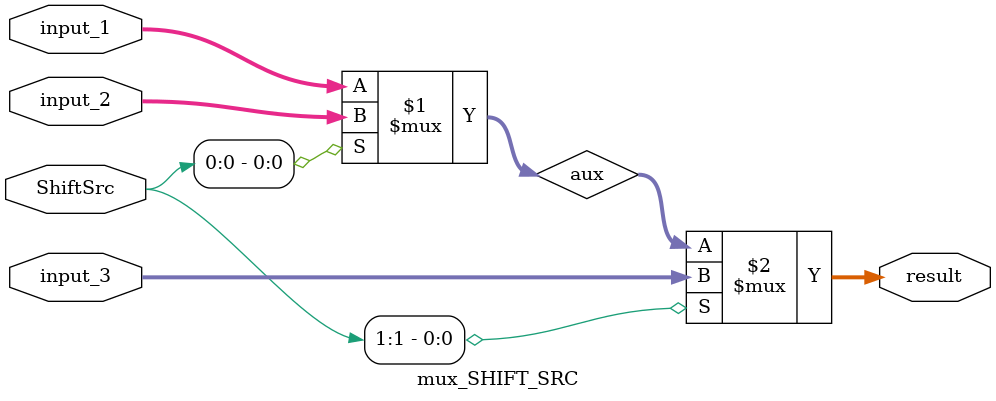
<source format=v>
module mux_SHIFT_SRC (
  input  wire [1:0]  ShiftSrc,
  input  wire [31:0] input_1,
  input  wire [31:0] input_2,
  input  wire [31:0] input_3,

  output wire [31:0] result
);

  wire [31:0] aux;

  assign aux    = ShiftSrc[0] ? input_2 : input_1;
  assign result = ShiftSrc[1] ? input_3 : aux;

endmodule 
</source>
